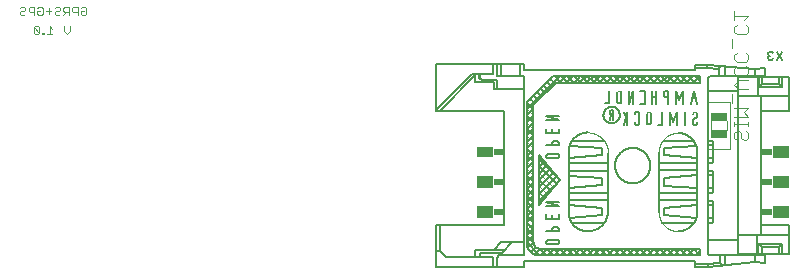
<source format=gbo>
G75*
%MOIN*%
%OFA0B0*%
%FSLAX25Y25*%
%IPPOS*%
%LPD*%
%AMOC8*
5,1,8,0,0,1.08239X$1,22.5*
%
%ADD10C,0.00400*%
%ADD11C,0.00800*%
%ADD12C,0.00600*%
%ADD13R,0.03721X0.02004*%
%ADD14R,0.05582X0.03864*%
%ADD15R,0.03721X0.02147*%
%ADD16R,0.05581X0.03864*%
%ADD17R,0.05581X0.03721*%
%ADD18R,0.05582X0.03864*%
%ADD19C,0.00200*%
%ADD20R,0.05709X0.02953*%
D10*
X0190272Y0037183D02*
X0192276Y0039187D01*
X0196856Y0048776D02*
X0194279Y0051352D01*
X0194279Y0055789D02*
X0199002Y0051065D01*
X0192276Y0055073D02*
X0190415Y0056934D01*
X0192276Y0057363D02*
X0190415Y0059224D01*
X0192276Y0063947D02*
X0190272Y0065951D01*
X0192276Y0066237D02*
X0190415Y0068097D01*
X0192276Y0070530D02*
X0190272Y0072534D01*
X0192276Y0074967D02*
X0190272Y0076971D01*
X0220328Y0082552D02*
X0220330Y0082601D01*
X0220336Y0082650D01*
X0220345Y0082699D01*
X0220358Y0082746D01*
X0220375Y0082793D01*
X0220395Y0082838D01*
X0220418Y0082881D01*
X0220445Y0082923D01*
X0220475Y0082962D01*
X0220508Y0082999D01*
X0220544Y0083033D01*
X0220582Y0083064D01*
X0220622Y0083093D01*
X0220664Y0083118D01*
X0220709Y0083140D01*
X0220754Y0083158D01*
X0220801Y0083173D01*
X0220849Y0083184D01*
X0220898Y0083192D01*
X0220947Y0083196D01*
X0220997Y0083196D01*
X0221046Y0083192D01*
X0221095Y0083184D01*
X0221143Y0083173D01*
X0221190Y0083158D01*
X0221235Y0083140D01*
X0221280Y0083118D01*
X0221322Y0083093D01*
X0221362Y0083064D01*
X0221400Y0083033D01*
X0221436Y0082999D01*
X0221469Y0082962D01*
X0221499Y0082923D01*
X0221526Y0082881D01*
X0221549Y0082838D01*
X0221569Y0082793D01*
X0221586Y0082746D01*
X0221599Y0082699D01*
X0221608Y0082650D01*
X0221614Y0082601D01*
X0221616Y0082552D01*
X0230203Y0075539D02*
X0230205Y0075588D01*
X0230211Y0075637D01*
X0230220Y0075686D01*
X0230233Y0075733D01*
X0230250Y0075780D01*
X0230270Y0075825D01*
X0230293Y0075868D01*
X0230320Y0075910D01*
X0230350Y0075949D01*
X0230383Y0075986D01*
X0230419Y0076020D01*
X0230457Y0076051D01*
X0230497Y0076080D01*
X0230539Y0076105D01*
X0230584Y0076127D01*
X0230629Y0076145D01*
X0230676Y0076160D01*
X0230724Y0076171D01*
X0230773Y0076179D01*
X0230822Y0076183D01*
X0230872Y0076183D01*
X0230921Y0076179D01*
X0230970Y0076171D01*
X0231018Y0076160D01*
X0231065Y0076145D01*
X0231110Y0076127D01*
X0231155Y0076105D01*
X0231197Y0076080D01*
X0231237Y0076051D01*
X0231275Y0076020D01*
X0231311Y0075986D01*
X0231344Y0075949D01*
X0231374Y0075910D01*
X0231401Y0075868D01*
X0231424Y0075825D01*
X0231444Y0075780D01*
X0231461Y0075733D01*
X0231474Y0075686D01*
X0231483Y0075637D01*
X0231489Y0075588D01*
X0231491Y0075539D01*
X0245517Y0075539D02*
X0245519Y0075588D01*
X0245525Y0075637D01*
X0245534Y0075686D01*
X0245547Y0075733D01*
X0245564Y0075780D01*
X0245584Y0075825D01*
X0245607Y0075868D01*
X0245634Y0075910D01*
X0245664Y0075949D01*
X0245697Y0075986D01*
X0245733Y0076020D01*
X0245771Y0076051D01*
X0245811Y0076080D01*
X0245853Y0076105D01*
X0245898Y0076127D01*
X0245943Y0076145D01*
X0245990Y0076160D01*
X0246038Y0076171D01*
X0246087Y0076179D01*
X0246136Y0076183D01*
X0246186Y0076183D01*
X0246235Y0076179D01*
X0246284Y0076171D01*
X0246332Y0076160D01*
X0246379Y0076145D01*
X0246424Y0076127D01*
X0246469Y0076105D01*
X0246511Y0076080D01*
X0246551Y0076051D01*
X0246589Y0076020D01*
X0246625Y0075986D01*
X0246658Y0075949D01*
X0246688Y0075910D01*
X0246715Y0075868D01*
X0246738Y0075825D01*
X0246758Y0075780D01*
X0246775Y0075733D01*
X0246788Y0075686D01*
X0246797Y0075637D01*
X0246803Y0075588D01*
X0246805Y0075539D01*
X0251582Y0073022D02*
X0251582Y0070120D01*
X0256778Y0070022D02*
X0256778Y0073022D01*
X0259380Y0072860D02*
X0259380Y0071326D01*
X0259380Y0072093D02*
X0263984Y0072093D01*
X0263984Y0071326D02*
X0263984Y0072860D01*
X0263984Y0074395D02*
X0262449Y0075930D01*
X0263984Y0077464D01*
X0259380Y0077464D01*
X0258613Y0078999D02*
X0258613Y0082068D01*
X0260915Y0083603D02*
X0259380Y0085137D01*
X0260915Y0086672D01*
X0263984Y0086672D01*
X0263217Y0088207D02*
X0260147Y0088207D01*
X0259380Y0088974D01*
X0259380Y0090509D01*
X0260147Y0091276D01*
X0263217Y0091276D02*
X0263984Y0090509D01*
X0263984Y0088974D01*
X0263217Y0088207D01*
X0263217Y0092811D02*
X0260147Y0092811D01*
X0259380Y0093578D01*
X0259380Y0095113D01*
X0260147Y0095880D01*
X0258613Y0097415D02*
X0258613Y0100484D01*
X0260147Y0102019D02*
X0259380Y0102786D01*
X0259380Y0104320D01*
X0260147Y0105088D01*
X0259380Y0106622D02*
X0259380Y0109692D01*
X0259380Y0108157D02*
X0263984Y0108157D01*
X0262449Y0106622D01*
X0263217Y0105088D02*
X0263984Y0104320D01*
X0263984Y0102786D01*
X0263217Y0102019D01*
X0260147Y0102019D01*
X0263217Y0095880D02*
X0263984Y0095113D01*
X0263984Y0093578D01*
X0263217Y0092811D01*
X0263984Y0083603D02*
X0260915Y0083603D01*
X0259380Y0074395D02*
X0263984Y0074395D01*
X0263217Y0069791D02*
X0263984Y0069024D01*
X0263984Y0067489D01*
X0263217Y0066722D01*
X0262449Y0066722D01*
X0261682Y0067489D01*
X0261682Y0069024D01*
X0260915Y0069791D01*
X0260147Y0069791D01*
X0259380Y0069024D01*
X0259380Y0067489D01*
X0260147Y0066722D01*
X0240508Y0069099D02*
X0240351Y0069097D01*
X0240194Y0069091D01*
X0240037Y0069081D01*
X0239881Y0069068D01*
X0239725Y0069050D01*
X0239569Y0069029D01*
X0239414Y0069003D01*
X0239260Y0068974D01*
X0239107Y0068941D01*
X0238954Y0068904D01*
X0238802Y0068864D01*
X0238652Y0068819D01*
X0238502Y0068771D01*
X0238354Y0068719D01*
X0238207Y0068664D01*
X0238062Y0068604D01*
X0237918Y0068542D01*
X0237775Y0068475D01*
X0237635Y0068405D01*
X0237496Y0068332D01*
X0237359Y0068255D01*
X0237224Y0068175D01*
X0237091Y0068091D01*
X0236960Y0068005D01*
X0236832Y0067915D01*
X0236705Y0067821D01*
X0236581Y0067725D01*
X0236460Y0067626D01*
X0236341Y0067523D01*
X0236224Y0067418D01*
X0236111Y0067310D01*
X0235999Y0067198D01*
X0235891Y0067085D01*
X0235786Y0066968D01*
X0235683Y0066849D01*
X0235584Y0066728D01*
X0235488Y0066604D01*
X0235394Y0066477D01*
X0235304Y0066349D01*
X0235218Y0066218D01*
X0235134Y0066085D01*
X0235054Y0065950D01*
X0234977Y0065813D01*
X0234904Y0065674D01*
X0234834Y0065534D01*
X0234767Y0065391D01*
X0234705Y0065247D01*
X0234645Y0065102D01*
X0234590Y0064955D01*
X0234538Y0064807D01*
X0234490Y0064657D01*
X0234445Y0064507D01*
X0234405Y0064355D01*
X0234368Y0064202D01*
X0234335Y0064049D01*
X0234306Y0063895D01*
X0234280Y0063740D01*
X0234259Y0063584D01*
X0234241Y0063428D01*
X0234228Y0063272D01*
X0234218Y0063115D01*
X0234212Y0062958D01*
X0234210Y0062801D01*
X0217322Y0062372D02*
X0217320Y0062538D01*
X0217314Y0062704D01*
X0217304Y0062870D01*
X0217290Y0063035D01*
X0217272Y0063200D01*
X0217250Y0063365D01*
X0217224Y0063529D01*
X0217194Y0063692D01*
X0217160Y0063854D01*
X0217122Y0064016D01*
X0217081Y0064177D01*
X0217035Y0064336D01*
X0216986Y0064495D01*
X0216933Y0064652D01*
X0216876Y0064808D01*
X0216815Y0064963D01*
X0216750Y0065116D01*
X0216682Y0065267D01*
X0216610Y0065417D01*
X0216535Y0065565D01*
X0216456Y0065711D01*
X0216374Y0065855D01*
X0216288Y0065997D01*
X0216199Y0066137D01*
X0216106Y0066275D01*
X0216010Y0066410D01*
X0215911Y0066543D01*
X0215808Y0066674D01*
X0215703Y0066802D01*
X0215594Y0066928D01*
X0215483Y0067051D01*
X0215368Y0067171D01*
X0215251Y0067288D01*
X0215131Y0067403D01*
X0215008Y0067514D01*
X0214882Y0067623D01*
X0214754Y0067728D01*
X0214623Y0067831D01*
X0214490Y0067930D01*
X0214355Y0068026D01*
X0214217Y0068119D01*
X0214077Y0068208D01*
X0213935Y0068294D01*
X0213791Y0068376D01*
X0213645Y0068455D01*
X0213497Y0068530D01*
X0213347Y0068602D01*
X0213196Y0068670D01*
X0213043Y0068735D01*
X0212888Y0068796D01*
X0212732Y0068853D01*
X0212575Y0068906D01*
X0212416Y0068955D01*
X0212257Y0069001D01*
X0212096Y0069042D01*
X0211934Y0069080D01*
X0211772Y0069114D01*
X0211609Y0069144D01*
X0211445Y0069170D01*
X0211280Y0069192D01*
X0211115Y0069210D01*
X0210950Y0069224D01*
X0210784Y0069234D01*
X0210618Y0069240D01*
X0210452Y0069242D01*
X0234210Y0042622D02*
X0234212Y0042465D01*
X0234218Y0042308D01*
X0234228Y0042151D01*
X0234241Y0041995D01*
X0234259Y0041839D01*
X0234280Y0041683D01*
X0234306Y0041528D01*
X0234335Y0041374D01*
X0234368Y0041221D01*
X0234405Y0041068D01*
X0234445Y0040916D01*
X0234490Y0040766D01*
X0234538Y0040616D01*
X0234590Y0040468D01*
X0234645Y0040321D01*
X0234705Y0040176D01*
X0234767Y0040032D01*
X0234834Y0039889D01*
X0234904Y0039749D01*
X0234977Y0039610D01*
X0235054Y0039473D01*
X0235134Y0039338D01*
X0235218Y0039205D01*
X0235304Y0039074D01*
X0235394Y0038946D01*
X0235488Y0038819D01*
X0235584Y0038695D01*
X0235683Y0038574D01*
X0235786Y0038455D01*
X0235891Y0038338D01*
X0235999Y0038225D01*
X0236111Y0038113D01*
X0236224Y0038005D01*
X0236341Y0037900D01*
X0236460Y0037797D01*
X0236581Y0037698D01*
X0236705Y0037602D01*
X0236832Y0037508D01*
X0236960Y0037418D01*
X0237091Y0037332D01*
X0237224Y0037248D01*
X0237359Y0037168D01*
X0237496Y0037091D01*
X0237635Y0037018D01*
X0237775Y0036948D01*
X0237918Y0036881D01*
X0238062Y0036819D01*
X0238207Y0036759D01*
X0238354Y0036704D01*
X0238502Y0036652D01*
X0238652Y0036604D01*
X0238802Y0036559D01*
X0238954Y0036519D01*
X0239107Y0036482D01*
X0239260Y0036449D01*
X0239414Y0036420D01*
X0239569Y0036394D01*
X0239725Y0036373D01*
X0239881Y0036355D01*
X0240037Y0036342D01*
X0240194Y0036332D01*
X0240351Y0036326D01*
X0240508Y0036324D01*
X0247664Y0029884D02*
X0246233Y0028452D01*
X0043362Y0108774D02*
X0042903Y0108315D01*
X0041986Y0108315D01*
X0041527Y0108774D01*
X0041527Y0109691D01*
X0042445Y0109691D01*
X0043362Y0108774D02*
X0043362Y0110609D01*
X0042903Y0111067D01*
X0041986Y0111067D01*
X0041527Y0110609D01*
X0040462Y0111067D02*
X0039086Y0111067D01*
X0038627Y0110609D01*
X0038627Y0109691D01*
X0039086Y0109233D01*
X0040462Y0109233D01*
X0040462Y0108315D02*
X0040462Y0111067D01*
X0037562Y0111067D02*
X0036186Y0111067D01*
X0035727Y0110609D01*
X0035727Y0109691D01*
X0036186Y0109233D01*
X0037562Y0109233D01*
X0037562Y0108315D02*
X0037562Y0111067D01*
X0034662Y0110609D02*
X0034662Y0110150D01*
X0034203Y0109691D01*
X0033286Y0109691D01*
X0032827Y0109233D01*
X0032827Y0108774D01*
X0033286Y0108315D01*
X0034203Y0108315D01*
X0034662Y0108774D01*
X0035727Y0108315D02*
X0036644Y0109233D01*
X0034662Y0110609D02*
X0034203Y0111067D01*
X0033286Y0111067D01*
X0032827Y0110609D01*
X0031762Y0109691D02*
X0029927Y0109691D01*
X0030844Y0108774D02*
X0030844Y0110609D01*
X0028861Y0110609D02*
X0028861Y0108774D01*
X0028403Y0108315D01*
X0027485Y0108315D01*
X0027027Y0108774D01*
X0027027Y0109691D01*
X0027944Y0109691D01*
X0027027Y0110609D02*
X0027485Y0111067D01*
X0028403Y0111067D01*
X0028861Y0110609D01*
X0025961Y0111067D02*
X0024585Y0111067D01*
X0024127Y0110609D01*
X0024127Y0109691D01*
X0024585Y0109233D01*
X0025961Y0109233D01*
X0025961Y0108315D02*
X0025961Y0111067D01*
X0023061Y0110609D02*
X0023061Y0110150D01*
X0022603Y0109691D01*
X0021685Y0109691D01*
X0021227Y0109233D01*
X0021227Y0108774D01*
X0021685Y0108315D01*
X0022603Y0108315D01*
X0023061Y0108774D01*
X0023061Y0110609D02*
X0022603Y0111067D01*
X0021685Y0111067D01*
X0021227Y0110609D01*
X0026324Y0104768D02*
X0025865Y0104310D01*
X0027700Y0102475D01*
X0027241Y0102016D01*
X0026324Y0102016D01*
X0025865Y0102475D01*
X0025865Y0104310D01*
X0026324Y0104768D02*
X0027241Y0104768D01*
X0027700Y0104310D01*
X0027700Y0102475D01*
X0028691Y0102475D02*
X0028691Y0102016D01*
X0029150Y0102016D01*
X0029150Y0102475D01*
X0028691Y0102475D01*
X0030215Y0102016D02*
X0032050Y0102016D01*
X0031133Y0102016D02*
X0031133Y0104768D01*
X0032050Y0103851D01*
X0036016Y0102934D02*
X0036016Y0104768D01*
X0037850Y0104768D02*
X0037850Y0102934D01*
X0036933Y0102016D01*
X0036016Y0102934D01*
D11*
X0159787Y0038471D02*
X0159787Y0024302D01*
X0189270Y0024302D01*
X0189270Y0026306D01*
X0246376Y0026306D01*
X0246376Y0024302D01*
X0250526Y0024302D01*
X0266127Y0026019D01*
X0269562Y0025590D01*
X0269562Y0028309D01*
X0269419Y0028309D02*
X0251671Y0028309D01*
X0251604Y0028311D01*
X0251538Y0028317D01*
X0251472Y0028326D01*
X0251407Y0028340D01*
X0251343Y0028357D01*
X0251279Y0028378D01*
X0251217Y0028403D01*
X0251157Y0028431D01*
X0251099Y0028462D01*
X0251042Y0028497D01*
X0250987Y0028536D01*
X0250935Y0028577D01*
X0250885Y0028621D01*
X0250838Y0028668D01*
X0250794Y0028718D01*
X0250753Y0028770D01*
X0250714Y0028825D01*
X0250679Y0028882D01*
X0250648Y0028940D01*
X0250620Y0029000D01*
X0250595Y0029062D01*
X0250574Y0029126D01*
X0250557Y0029190D01*
X0250543Y0029255D01*
X0250534Y0029321D01*
X0250528Y0029387D01*
X0250526Y0029454D01*
X0250526Y0087276D01*
X0251385Y0088134D01*
X0269419Y0088134D01*
X0269562Y0087991D02*
X0269562Y0090710D01*
X0266127Y0090424D01*
X0250526Y0091856D01*
X0246376Y0091856D01*
X0246376Y0089995D01*
X0189270Y0089995D01*
X0189270Y0091999D01*
X0178965Y0091999D01*
X0178965Y0088564D01*
X0171809Y0088564D01*
X0159930Y0076684D01*
X0159787Y0076398D02*
X0159787Y0091999D01*
X0178965Y0091999D01*
X0180110Y0091856D02*
X0180110Y0087991D01*
X0189270Y0087991D01*
X0189270Y0028309D01*
X0180969Y0028309D01*
X0180110Y0027451D01*
X0180110Y0024445D01*
X0178965Y0024445D02*
X0178965Y0027880D01*
X0163222Y0027880D01*
X0161362Y0029740D01*
X0161362Y0038185D01*
X0159787Y0038471D02*
X0182687Y0038471D01*
X0182687Y0076398D01*
X0159787Y0076398D01*
X0161362Y0076541D02*
X0172954Y0088277D01*
X0173097Y0088277D01*
X0173097Y0086130D01*
X0179108Y0086130D01*
X0179108Y0083554D01*
X0189270Y0083554D01*
X0192419Y0081551D02*
X0193993Y0079977D01*
X0192848Y0078975D02*
X0191417Y0080406D01*
X0190129Y0079404D02*
X0190129Y0032603D01*
X0190272Y0032603D02*
X0194423Y0028452D01*
X0194423Y0028309D02*
X0235069Y0028309D01*
X0237073Y0030313D01*
X0238934Y0028452D01*
X0239506Y0028452D02*
X0241367Y0030313D01*
X0243227Y0028452D01*
X0243943Y0028452D02*
X0245803Y0030313D01*
X0247664Y0028452D01*
X0247807Y0028309D02*
X0247807Y0030456D01*
X0194709Y0030456D01*
X0194709Y0030313D02*
X0196569Y0028452D01*
X0197285Y0028453D02*
X0197285Y0028452D01*
X0197285Y0028453D02*
X0199145Y0030313D01*
X0201006Y0028452D01*
X0201722Y0028452D02*
X0203582Y0030313D01*
X0205443Y0028452D01*
X0206158Y0028452D02*
X0208019Y0030313D01*
X0209880Y0028452D01*
X0210595Y0028452D02*
X0212456Y0030313D01*
X0214317Y0028452D01*
X0214889Y0028452D02*
X0216750Y0030313D01*
X0218610Y0028452D01*
X0219469Y0028452D02*
X0221330Y0030313D01*
X0223190Y0028452D01*
X0223906Y0028452D02*
X0225766Y0030313D01*
X0227627Y0028452D01*
X0228343Y0028452D02*
X0230203Y0030313D01*
X0232063Y0028452D01*
X0232779Y0028452D02*
X0234640Y0030313D01*
X0236500Y0028452D01*
X0237359Y0028452D02*
X0239220Y0030313D01*
X0241080Y0028452D01*
X0241796Y0028452D02*
X0243656Y0030313D01*
X0245517Y0028452D01*
X0247807Y0028309D02*
X0235069Y0028309D01*
X0234354Y0028452D02*
X0232493Y0030313D01*
X0230632Y0028452D01*
X0229917Y0028453D02*
X0229917Y0028452D01*
X0229917Y0028453D02*
X0228056Y0030313D01*
X0226196Y0028452D01*
X0225480Y0028452D02*
X0223619Y0030313D01*
X0221759Y0028452D01*
X0221043Y0028452D02*
X0219183Y0030313D01*
X0217322Y0028452D01*
X0216463Y0028452D02*
X0214603Y0030313D01*
X0212742Y0028452D01*
X0212026Y0028452D02*
X0210166Y0030313D01*
X0208305Y0028452D01*
X0207590Y0028452D02*
X0205729Y0030313D01*
X0203869Y0028452D01*
X0203153Y0028452D02*
X0201292Y0030313D01*
X0201292Y0030313D01*
X0199432Y0028452D01*
X0198859Y0028453D02*
X0198859Y0028452D01*
X0198859Y0028453D02*
X0196999Y0030313D01*
X0196856Y0030313D02*
X0194995Y0028452D01*
X0194566Y0030313D02*
X0192991Y0028739D01*
X0191560Y0029454D02*
X0193134Y0031028D01*
X0192276Y0032460D02*
X0190701Y0030886D01*
X0190272Y0032603D02*
X0190272Y0032603D01*
X0192276Y0034607D01*
X0192276Y0035036D02*
X0192276Y0035036D01*
X0190272Y0037040D01*
X0190272Y0037183D02*
X0190272Y0037183D01*
X0192276Y0037183D02*
X0192276Y0037183D01*
X0190272Y0039187D01*
X0190272Y0039330D02*
X0192276Y0041333D01*
X0192276Y0041620D02*
X0190272Y0043623D01*
X0190272Y0043766D02*
X0190272Y0043767D01*
X0192276Y0045770D01*
X0192276Y0046199D02*
X0192276Y0046200D01*
X0190272Y0048203D01*
X0192276Y0050207D01*
X0192276Y0050779D02*
X0192419Y0050779D01*
X0192419Y0078259D01*
X0199861Y0085701D01*
X0247807Y0085701D01*
X0247807Y0086417D01*
X0246233Y0087991D01*
X0245517Y0087991D02*
X0243656Y0085988D01*
X0241653Y0087991D01*
X0241080Y0087991D02*
X0239220Y0085988D01*
X0237216Y0087848D01*
X0236787Y0087848D02*
X0234783Y0085988D01*
X0232779Y0087991D01*
X0232207Y0087991D02*
X0230346Y0085988D01*
X0228343Y0087848D01*
X0227770Y0087991D02*
X0225766Y0085988D01*
X0223906Y0087848D01*
X0223333Y0087991D02*
X0221330Y0085988D01*
X0219326Y0087991D01*
X0218753Y0087991D02*
X0216893Y0085988D01*
X0214889Y0087991D01*
X0214460Y0087991D02*
X0212456Y0085988D01*
X0210595Y0087848D01*
X0210023Y0087848D02*
X0208019Y0085988D01*
X0206158Y0087848D01*
X0205586Y0087991D02*
X0203582Y0085988D01*
X0201578Y0087991D01*
X0201149Y0087991D02*
X0190272Y0077114D01*
X0190272Y0079117D02*
X0192276Y0077114D01*
X0192276Y0076971D02*
X0190272Y0074967D01*
X0190272Y0074681D02*
X0192276Y0072677D01*
X0192276Y0072534D02*
X0190272Y0070530D01*
X0190272Y0070387D02*
X0192276Y0068384D01*
X0192276Y0068097D02*
X0190272Y0066094D01*
X0190272Y0066093D01*
X0192276Y0065951D02*
X0190272Y0063947D01*
X0190272Y0063947D01*
X0190272Y0063804D02*
X0192276Y0061800D01*
X0192276Y0061800D01*
X0192276Y0061371D02*
X0190272Y0059367D01*
X0190272Y0059367D01*
X0192276Y0059224D02*
X0190272Y0057220D01*
X0190272Y0057220D01*
X0192276Y0056934D02*
X0190272Y0054930D01*
X0190415Y0054787D02*
X0192276Y0052926D01*
X0192276Y0052497D02*
X0190272Y0050493D01*
X0190272Y0050493D01*
X0190272Y0050350D02*
X0192276Y0048347D01*
X0192276Y0048346D01*
X0192276Y0048060D02*
X0190272Y0046056D01*
X0190272Y0045913D02*
X0192276Y0043910D01*
X0192276Y0043480D02*
X0190272Y0041477D01*
X0190415Y0041333D02*
X0192275Y0039473D01*
X0192276Y0039473D01*
X0192276Y0036897D02*
X0190272Y0034893D01*
X0190415Y0034607D02*
X0192276Y0032746D01*
X0192419Y0032746D02*
X0192419Y0050779D01*
X0192276Y0050779D02*
X0190415Y0052640D01*
X0190272Y0052640D02*
X0190272Y0052640D01*
X0192276Y0054644D01*
X0194279Y0055502D02*
X0196999Y0058222D01*
X0196999Y0058222D01*
X0198000Y0057077D02*
X0194279Y0053356D01*
X0194279Y0053499D02*
X0197858Y0049921D01*
X0199575Y0051781D02*
X0199575Y0051781D01*
X0194279Y0046486D01*
X0194279Y0046915D02*
X0194852Y0046343D01*
X0194852Y0046343D01*
X0194136Y0045341D02*
X0194136Y0061800D01*
X0201149Y0053499D01*
X0194136Y0045198D01*
X0196712Y0044625D02*
X0200863Y0044625D01*
X0196712Y0046056D01*
X0200863Y0046056D01*
X0204298Y0046629D02*
X0217179Y0046629D01*
X0217179Y0049062D02*
X0204298Y0049062D01*
X0204298Y0050779D02*
X0215175Y0051638D01*
X0215175Y0054071D01*
X0204298Y0054787D01*
X0200863Y0053642D02*
X0200863Y0053642D01*
X0198859Y0055645D01*
X0194279Y0051065D01*
X0194279Y0049205D02*
X0195854Y0047631D01*
X0194279Y0048776D02*
X0200004Y0054501D01*
X0200004Y0054501D01*
X0198859Y0055645D02*
X0194279Y0060225D01*
X0194279Y0059939D02*
X0194995Y0060655D01*
X0195997Y0059510D02*
X0194279Y0057792D01*
X0194279Y0058078D02*
X0200004Y0052354D01*
X0200004Y0052354D01*
X0204441Y0056504D02*
X0217179Y0056504D01*
X0217179Y0059080D02*
X0204441Y0059080D01*
X0204298Y0060798D02*
X0215175Y0061657D01*
X0215175Y0064090D01*
X0204584Y0064805D01*
X0204155Y0062945D02*
X0204155Y0042621D01*
X0204584Y0040761D02*
X0215175Y0041620D01*
X0215175Y0044053D01*
X0204298Y0044912D01*
X0200863Y0041906D02*
X0200863Y0040475D01*
X0196712Y0040475D01*
X0196712Y0041906D01*
X0198716Y0041620D02*
X0198716Y0040618D01*
X0205300Y0039187D02*
X0215748Y0039187D01*
X0210452Y0036324D02*
X0210295Y0036326D01*
X0210138Y0036332D01*
X0209981Y0036342D01*
X0209825Y0036355D01*
X0209669Y0036373D01*
X0209513Y0036394D01*
X0209359Y0036420D01*
X0209204Y0036449D01*
X0209051Y0036482D01*
X0208898Y0036519D01*
X0208747Y0036559D01*
X0208596Y0036604D01*
X0208446Y0036652D01*
X0208298Y0036704D01*
X0208151Y0036759D01*
X0208006Y0036818D01*
X0207862Y0036881D01*
X0207720Y0036948D01*
X0207579Y0037017D01*
X0207440Y0037091D01*
X0207304Y0037168D01*
X0207169Y0037248D01*
X0207036Y0037331D01*
X0206905Y0037418D01*
X0206776Y0037508D01*
X0206650Y0037601D01*
X0206526Y0037698D01*
X0206404Y0037797D01*
X0206285Y0037900D01*
X0206169Y0038005D01*
X0206055Y0038113D01*
X0205944Y0038224D01*
X0205836Y0038338D01*
X0205731Y0038454D01*
X0205628Y0038573D01*
X0205529Y0038695D01*
X0205432Y0038819D01*
X0205339Y0038945D01*
X0205249Y0039074D01*
X0205162Y0039205D01*
X0205079Y0039338D01*
X0204999Y0039472D01*
X0204922Y0039609D01*
X0204848Y0039748D01*
X0204779Y0039889D01*
X0204712Y0040031D01*
X0204649Y0040175D01*
X0204590Y0040320D01*
X0204535Y0040467D01*
X0204483Y0040615D01*
X0204435Y0040765D01*
X0204390Y0040916D01*
X0204350Y0041067D01*
X0204313Y0041220D01*
X0204280Y0041373D01*
X0204251Y0041528D01*
X0204225Y0041682D01*
X0204204Y0041838D01*
X0204186Y0041994D01*
X0204173Y0042150D01*
X0204163Y0042307D01*
X0204157Y0042464D01*
X0204155Y0042621D01*
X0210452Y0036324D02*
X0210618Y0036326D01*
X0210784Y0036332D01*
X0210950Y0036342D01*
X0211115Y0036356D01*
X0211280Y0036374D01*
X0211445Y0036396D01*
X0211609Y0036422D01*
X0211772Y0036452D01*
X0211934Y0036486D01*
X0212096Y0036524D01*
X0212257Y0036565D01*
X0212416Y0036611D01*
X0212575Y0036660D01*
X0212732Y0036713D01*
X0212888Y0036770D01*
X0213043Y0036831D01*
X0213196Y0036896D01*
X0213347Y0036964D01*
X0213497Y0037036D01*
X0213645Y0037111D01*
X0213791Y0037190D01*
X0213935Y0037272D01*
X0214077Y0037358D01*
X0214217Y0037447D01*
X0214355Y0037540D01*
X0214490Y0037636D01*
X0214623Y0037735D01*
X0214754Y0037838D01*
X0214882Y0037943D01*
X0215008Y0038052D01*
X0215131Y0038163D01*
X0215251Y0038278D01*
X0215368Y0038395D01*
X0215483Y0038515D01*
X0215594Y0038638D01*
X0215703Y0038764D01*
X0215808Y0038892D01*
X0215911Y0039023D01*
X0216010Y0039156D01*
X0216106Y0039291D01*
X0216199Y0039429D01*
X0216288Y0039569D01*
X0216374Y0039711D01*
X0216456Y0039855D01*
X0216535Y0040001D01*
X0216610Y0040149D01*
X0216682Y0040299D01*
X0216750Y0040450D01*
X0216815Y0040603D01*
X0216876Y0040758D01*
X0216933Y0040914D01*
X0216986Y0041071D01*
X0217035Y0041230D01*
X0217081Y0041389D01*
X0217122Y0041550D01*
X0217160Y0041712D01*
X0217194Y0041874D01*
X0217224Y0042037D01*
X0217250Y0042201D01*
X0217272Y0042366D01*
X0217290Y0042531D01*
X0217304Y0042696D01*
X0217314Y0042862D01*
X0217320Y0043028D01*
X0217322Y0043194D01*
X0217322Y0062372D01*
X0210452Y0069242D02*
X0210295Y0069240D01*
X0210138Y0069234D01*
X0209981Y0069224D01*
X0209825Y0069211D01*
X0209669Y0069193D01*
X0209513Y0069172D01*
X0209359Y0069146D01*
X0209204Y0069117D01*
X0209051Y0069084D01*
X0208898Y0069047D01*
X0208747Y0069007D01*
X0208596Y0068962D01*
X0208446Y0068914D01*
X0208298Y0068862D01*
X0208151Y0068807D01*
X0208006Y0068748D01*
X0207862Y0068685D01*
X0207720Y0068618D01*
X0207579Y0068549D01*
X0207440Y0068475D01*
X0207304Y0068398D01*
X0207169Y0068318D01*
X0207036Y0068235D01*
X0206905Y0068148D01*
X0206776Y0068058D01*
X0206650Y0067965D01*
X0206526Y0067868D01*
X0206404Y0067769D01*
X0206285Y0067666D01*
X0206169Y0067561D01*
X0206055Y0067453D01*
X0205944Y0067342D01*
X0205836Y0067228D01*
X0205731Y0067112D01*
X0205628Y0066993D01*
X0205529Y0066871D01*
X0205432Y0066747D01*
X0205339Y0066621D01*
X0205249Y0066492D01*
X0205162Y0066361D01*
X0205079Y0066228D01*
X0204999Y0066093D01*
X0204922Y0065957D01*
X0204848Y0065818D01*
X0204779Y0065677D01*
X0204712Y0065535D01*
X0204649Y0065391D01*
X0204590Y0065246D01*
X0204535Y0065099D01*
X0204483Y0064951D01*
X0204435Y0064801D01*
X0204390Y0064650D01*
X0204350Y0064499D01*
X0204313Y0064346D01*
X0204280Y0064193D01*
X0204251Y0064038D01*
X0204225Y0063884D01*
X0204204Y0063728D01*
X0204186Y0063572D01*
X0204173Y0063416D01*
X0204163Y0063259D01*
X0204157Y0063102D01*
X0204155Y0062945D01*
X0200863Y0064949D02*
X0200863Y0065664D01*
X0200863Y0064949D02*
X0196712Y0064949D01*
X0198716Y0065091D02*
X0198716Y0065807D01*
X0198717Y0065807D02*
X0198719Y0065852D01*
X0198724Y0065896D01*
X0198733Y0065941D01*
X0198745Y0065984D01*
X0198761Y0066026D01*
X0198779Y0066067D01*
X0198801Y0066106D01*
X0198826Y0066143D01*
X0198854Y0066178D01*
X0198885Y0066211D01*
X0198918Y0066242D01*
X0198953Y0066270D01*
X0198990Y0066295D01*
X0199029Y0066317D01*
X0199070Y0066335D01*
X0199112Y0066351D01*
X0199155Y0066363D01*
X0199200Y0066372D01*
X0199244Y0066377D01*
X0199289Y0066379D01*
X0199289Y0066380D02*
X0200147Y0066380D01*
X0200148Y0066380D02*
X0200199Y0066378D01*
X0200250Y0066373D01*
X0200300Y0066364D01*
X0200350Y0066351D01*
X0200398Y0066335D01*
X0200445Y0066315D01*
X0200491Y0066293D01*
X0200535Y0066266D01*
X0200577Y0066237D01*
X0200617Y0066205D01*
X0200654Y0066170D01*
X0200689Y0066133D01*
X0200721Y0066093D01*
X0200750Y0066051D01*
X0200776Y0066007D01*
X0200799Y0065962D01*
X0200819Y0065914D01*
X0200835Y0065866D01*
X0200848Y0065816D01*
X0200857Y0065766D01*
X0200862Y0065715D01*
X0200864Y0065664D01*
X0200863Y0069099D02*
X0196712Y0069099D01*
X0196712Y0070530D01*
X0198716Y0070244D02*
X0198716Y0069242D01*
X0200863Y0069099D02*
X0200863Y0070530D01*
X0200863Y0073250D02*
X0196712Y0073250D01*
X0196712Y0074681D02*
X0200863Y0074681D01*
X0200863Y0073250D02*
X0196712Y0074681D01*
X0192276Y0074824D02*
X0190272Y0072820D01*
X0192276Y0070244D02*
X0190272Y0068241D01*
X0190272Y0068240D01*
X0192276Y0063947D02*
X0192276Y0063947D01*
X0192276Y0063517D02*
X0190272Y0061514D01*
X0190272Y0061514D01*
X0190415Y0061514D02*
X0192276Y0059653D01*
X0197285Y0060798D02*
X0200291Y0060798D01*
X0200340Y0060800D01*
X0200389Y0060806D01*
X0200438Y0060815D01*
X0200485Y0060828D01*
X0200532Y0060845D01*
X0200577Y0060865D01*
X0200620Y0060888D01*
X0200662Y0060915D01*
X0200701Y0060945D01*
X0200738Y0060978D01*
X0200772Y0061014D01*
X0200803Y0061052D01*
X0200832Y0061092D01*
X0200857Y0061134D01*
X0200879Y0061179D01*
X0200897Y0061224D01*
X0200912Y0061271D01*
X0200923Y0061319D01*
X0200931Y0061368D01*
X0200935Y0061417D01*
X0200935Y0061467D01*
X0200931Y0061516D01*
X0200923Y0061565D01*
X0200912Y0061613D01*
X0200897Y0061660D01*
X0200879Y0061705D01*
X0200857Y0061750D01*
X0200832Y0061792D01*
X0200803Y0061832D01*
X0200772Y0061870D01*
X0200738Y0061906D01*
X0200701Y0061939D01*
X0200662Y0061969D01*
X0200620Y0061996D01*
X0200577Y0062019D01*
X0200532Y0062039D01*
X0200485Y0062056D01*
X0200438Y0062069D01*
X0200389Y0062078D01*
X0200340Y0062084D01*
X0200291Y0062086D01*
X0197285Y0062086D01*
X0197236Y0062084D01*
X0197187Y0062078D01*
X0197138Y0062069D01*
X0197091Y0062056D01*
X0197044Y0062039D01*
X0196999Y0062019D01*
X0196956Y0061996D01*
X0196914Y0061969D01*
X0196875Y0061939D01*
X0196838Y0061906D01*
X0196804Y0061870D01*
X0196773Y0061832D01*
X0196744Y0061792D01*
X0196719Y0061750D01*
X0196697Y0061705D01*
X0196679Y0061660D01*
X0196664Y0061613D01*
X0196653Y0061565D01*
X0196645Y0061516D01*
X0196641Y0061467D01*
X0196641Y0061417D01*
X0196645Y0061368D01*
X0196653Y0061319D01*
X0196664Y0061271D01*
X0196679Y0061224D01*
X0196697Y0061179D01*
X0196719Y0061134D01*
X0196744Y0061092D01*
X0196773Y0061052D01*
X0196804Y0061014D01*
X0196838Y0060978D01*
X0196875Y0060945D01*
X0196914Y0060915D01*
X0196956Y0060888D01*
X0196999Y0060865D01*
X0197044Y0060845D01*
X0197091Y0060828D01*
X0197138Y0060815D01*
X0197187Y0060806D01*
X0197236Y0060800D01*
X0197285Y0060798D01*
X0205443Y0066523D02*
X0215604Y0066523D01*
X0222475Y0071818D02*
X0223190Y0074395D01*
X0223763Y0073250D02*
X0222475Y0076112D01*
X0223763Y0076112D02*
X0223763Y0073250D01*
X0223763Y0071818D01*
X0226196Y0072534D02*
X0226196Y0072677D01*
X0226195Y0072534D02*
X0226197Y0072482D01*
X0226203Y0072430D01*
X0226212Y0072378D01*
X0226225Y0072328D01*
X0226242Y0072278D01*
X0226263Y0072230D01*
X0226287Y0072184D01*
X0226314Y0072139D01*
X0226344Y0072096D01*
X0226378Y0072056D01*
X0226414Y0072019D01*
X0226453Y0071984D01*
X0226494Y0071952D01*
X0226538Y0071923D01*
X0226584Y0071897D01*
X0226631Y0071875D01*
X0226680Y0071856D01*
X0226730Y0071841D01*
X0226781Y0071830D01*
X0226833Y0071822D01*
X0226885Y0071818D01*
X0226937Y0071818D01*
X0226989Y0071822D01*
X0227041Y0071830D01*
X0227092Y0071841D01*
X0227142Y0071856D01*
X0227191Y0071875D01*
X0227238Y0071897D01*
X0227284Y0071923D01*
X0227328Y0071952D01*
X0227369Y0071984D01*
X0227408Y0072019D01*
X0227444Y0072056D01*
X0227478Y0072096D01*
X0227508Y0072139D01*
X0227535Y0072184D01*
X0227559Y0072230D01*
X0227580Y0072278D01*
X0227597Y0072328D01*
X0227610Y0072378D01*
X0227619Y0072430D01*
X0227625Y0072482D01*
X0227627Y0072534D01*
X0227627Y0075397D01*
X0227625Y0075449D01*
X0227619Y0075501D01*
X0227610Y0075553D01*
X0227597Y0075603D01*
X0227580Y0075653D01*
X0227559Y0075701D01*
X0227535Y0075747D01*
X0227508Y0075792D01*
X0227478Y0075835D01*
X0227444Y0075875D01*
X0227408Y0075912D01*
X0227369Y0075947D01*
X0227328Y0075979D01*
X0227284Y0076008D01*
X0227238Y0076034D01*
X0227191Y0076056D01*
X0227142Y0076075D01*
X0227092Y0076090D01*
X0227041Y0076101D01*
X0226989Y0076109D01*
X0226937Y0076113D01*
X0226885Y0076113D01*
X0226833Y0076109D01*
X0226781Y0076101D01*
X0226730Y0076090D01*
X0226680Y0076075D01*
X0226631Y0076056D01*
X0226584Y0076034D01*
X0226538Y0076008D01*
X0226494Y0075979D01*
X0226453Y0075947D01*
X0226414Y0075912D01*
X0226378Y0075875D01*
X0226344Y0075835D01*
X0226314Y0075792D01*
X0226287Y0075747D01*
X0226263Y0075701D01*
X0226242Y0075653D01*
X0226225Y0075603D01*
X0226212Y0075553D01*
X0226203Y0075501D01*
X0226197Y0075449D01*
X0226195Y0075397D01*
X0226196Y0075397D02*
X0226196Y0075253D01*
X0230203Y0075539D02*
X0230203Y0072534D01*
X0230205Y0072485D01*
X0230211Y0072436D01*
X0230220Y0072387D01*
X0230233Y0072340D01*
X0230250Y0072293D01*
X0230270Y0072248D01*
X0230293Y0072205D01*
X0230320Y0072163D01*
X0230350Y0072124D01*
X0230383Y0072087D01*
X0230419Y0072053D01*
X0230457Y0072022D01*
X0230497Y0071993D01*
X0230539Y0071968D01*
X0230584Y0071946D01*
X0230629Y0071928D01*
X0230676Y0071913D01*
X0230724Y0071902D01*
X0230773Y0071894D01*
X0230822Y0071890D01*
X0230872Y0071890D01*
X0230921Y0071894D01*
X0230970Y0071902D01*
X0231018Y0071913D01*
X0231065Y0071928D01*
X0231110Y0071946D01*
X0231155Y0071968D01*
X0231197Y0071993D01*
X0231237Y0072022D01*
X0231275Y0072053D01*
X0231311Y0072087D01*
X0231344Y0072124D01*
X0231374Y0072163D01*
X0231401Y0072205D01*
X0231424Y0072248D01*
X0231444Y0072293D01*
X0231461Y0072340D01*
X0231474Y0072387D01*
X0231483Y0072436D01*
X0231489Y0072485D01*
X0231491Y0072534D01*
X0231491Y0075539D01*
X0235356Y0076112D02*
X0235356Y0071818D01*
X0233924Y0071818D01*
X0237932Y0071818D02*
X0237932Y0076112D01*
X0239076Y0072820D01*
X0240365Y0076112D01*
X0240365Y0071818D01*
X0242941Y0071818D02*
X0242941Y0076112D01*
X0245517Y0075539D02*
X0245517Y0075253D01*
X0246233Y0073966D02*
X0246278Y0073968D01*
X0246322Y0073973D01*
X0246367Y0073982D01*
X0246410Y0073994D01*
X0246452Y0074010D01*
X0246493Y0074028D01*
X0246532Y0074050D01*
X0246569Y0074075D01*
X0246604Y0074103D01*
X0246637Y0074134D01*
X0246668Y0074167D01*
X0246696Y0074202D01*
X0246721Y0074239D01*
X0246743Y0074278D01*
X0246761Y0074319D01*
X0246777Y0074361D01*
X0246789Y0074404D01*
X0246798Y0074449D01*
X0246803Y0074493D01*
X0246805Y0074538D01*
X0246805Y0075539D01*
X0246233Y0073965D02*
X0246089Y0073965D01*
X0246039Y0073952D01*
X0245990Y0073935D01*
X0245942Y0073915D01*
X0245895Y0073891D01*
X0245851Y0073865D01*
X0245808Y0073835D01*
X0245768Y0073802D01*
X0245730Y0073766D01*
X0245694Y0073728D01*
X0245662Y0073687D01*
X0245632Y0073644D01*
X0245606Y0073600D01*
X0245583Y0073553D01*
X0245563Y0073505D01*
X0245546Y0073455D01*
X0245534Y0073405D01*
X0245524Y0073354D01*
X0245519Y0073302D01*
X0245517Y0073250D01*
X0245517Y0072391D01*
X0245519Y0072342D01*
X0245525Y0072293D01*
X0245534Y0072244D01*
X0245547Y0072197D01*
X0245564Y0072150D01*
X0245584Y0072105D01*
X0245607Y0072062D01*
X0245634Y0072020D01*
X0245664Y0071981D01*
X0245697Y0071944D01*
X0245733Y0071910D01*
X0245771Y0071879D01*
X0245811Y0071850D01*
X0245853Y0071825D01*
X0245898Y0071803D01*
X0245943Y0071785D01*
X0245990Y0071770D01*
X0246038Y0071759D01*
X0246087Y0071751D01*
X0246136Y0071747D01*
X0246186Y0071747D01*
X0246235Y0071751D01*
X0246284Y0071759D01*
X0246332Y0071770D01*
X0246379Y0071785D01*
X0246424Y0071803D01*
X0246469Y0071825D01*
X0246511Y0071850D01*
X0246551Y0071879D01*
X0246589Y0071910D01*
X0246625Y0071944D01*
X0246658Y0071981D01*
X0246688Y0072020D01*
X0246715Y0072062D01*
X0246738Y0072105D01*
X0246758Y0072150D01*
X0246775Y0072197D01*
X0246788Y0072244D01*
X0246797Y0072293D01*
X0246803Y0072342D01*
X0246805Y0072391D01*
X0246805Y0072820D01*
X0246805Y0078831D02*
X0245803Y0083125D01*
X0244945Y0078831D01*
X0245517Y0080549D02*
X0246233Y0080549D01*
X0242225Y0078831D02*
X0242225Y0083125D01*
X0241080Y0079977D01*
X0239936Y0083125D01*
X0239936Y0078831D01*
X0237359Y0078831D02*
X0237359Y0083125D01*
X0236643Y0083125D01*
X0236590Y0083123D01*
X0236537Y0083117D01*
X0236485Y0083108D01*
X0236434Y0083094D01*
X0236383Y0083077D01*
X0236335Y0083056D01*
X0236287Y0083032D01*
X0236242Y0083004D01*
X0236199Y0082974D01*
X0236158Y0082940D01*
X0236120Y0082903D01*
X0236084Y0082863D01*
X0236052Y0082821D01*
X0236023Y0082777D01*
X0235997Y0082731D01*
X0235974Y0082683D01*
X0235955Y0082633D01*
X0235940Y0082582D01*
X0235928Y0082531D01*
X0235920Y0082478D01*
X0235917Y0082425D01*
X0235916Y0082372D01*
X0235920Y0082319D01*
X0235928Y0082267D01*
X0235928Y0082266D02*
X0235928Y0081694D01*
X0235930Y0081641D01*
X0235936Y0081588D01*
X0235945Y0081536D01*
X0235959Y0081484D01*
X0235976Y0081434D01*
X0235997Y0081385D01*
X0236021Y0081338D01*
X0236049Y0081293D01*
X0236080Y0081249D01*
X0236113Y0081209D01*
X0236150Y0081170D01*
X0236190Y0081135D01*
X0236232Y0081102D01*
X0236276Y0081073D01*
X0236322Y0081047D01*
X0236371Y0081024D01*
X0236420Y0081005D01*
X0236471Y0080990D01*
X0236523Y0080978D01*
X0236575Y0080970D01*
X0236628Y0080967D01*
X0236682Y0080966D01*
X0236735Y0080970D01*
X0236787Y0080978D01*
X0237216Y0080978D01*
X0233352Y0080978D02*
X0233352Y0083125D01*
X0232063Y0083125D02*
X0232063Y0080978D01*
X0233352Y0080978D01*
X0233352Y0078831D01*
X0232063Y0078831D02*
X0232063Y0080978D01*
X0229487Y0078831D02*
X0229487Y0083125D01*
X0228056Y0083125D01*
X0225623Y0083125D02*
X0224192Y0078831D01*
X0224192Y0083125D01*
X0225623Y0083125D02*
X0225623Y0078831D01*
X0228056Y0078831D02*
X0229487Y0078831D01*
X0221616Y0079547D02*
X0221616Y0082552D01*
X0220328Y0082552D02*
X0220328Y0079547D01*
X0220330Y0079498D01*
X0220336Y0079449D01*
X0220345Y0079400D01*
X0220358Y0079353D01*
X0220375Y0079306D01*
X0220395Y0079261D01*
X0220418Y0079218D01*
X0220445Y0079176D01*
X0220475Y0079137D01*
X0220508Y0079100D01*
X0220544Y0079066D01*
X0220582Y0079035D01*
X0220622Y0079006D01*
X0220664Y0078981D01*
X0220709Y0078959D01*
X0220754Y0078941D01*
X0220801Y0078926D01*
X0220849Y0078915D01*
X0220898Y0078907D01*
X0220947Y0078903D01*
X0220997Y0078903D01*
X0221046Y0078907D01*
X0221095Y0078915D01*
X0221143Y0078926D01*
X0221190Y0078941D01*
X0221235Y0078959D01*
X0221280Y0078981D01*
X0221322Y0079006D01*
X0221362Y0079035D01*
X0221400Y0079066D01*
X0221436Y0079100D01*
X0221469Y0079137D01*
X0221499Y0079176D01*
X0221526Y0079218D01*
X0221549Y0079261D01*
X0221569Y0079306D01*
X0221586Y0079353D01*
X0221599Y0079400D01*
X0221608Y0079449D01*
X0221614Y0079498D01*
X0221616Y0079547D01*
X0217751Y0078975D02*
X0216320Y0078975D01*
X0217751Y0078975D02*
X0217751Y0083125D01*
X0219183Y0085988D02*
X0217179Y0087991D01*
X0216750Y0087991D02*
X0214746Y0085988D01*
X0212742Y0087991D01*
X0212170Y0087848D02*
X0210309Y0085988D01*
X0208449Y0087848D01*
X0208019Y0087848D02*
X0205872Y0085844D01*
X0203725Y0087991D01*
X0203296Y0087991D02*
X0201292Y0085988D01*
X0199432Y0087991D01*
X0198860Y0088134D02*
X0190129Y0079404D01*
X0193707Y0082552D02*
X0195138Y0081121D01*
X0196283Y0082266D02*
X0194852Y0083697D01*
X0195854Y0084699D02*
X0195854Y0084699D01*
X0197285Y0083268D01*
X0198430Y0084556D02*
X0196999Y0085988D01*
X0198000Y0087132D02*
X0199575Y0085558D01*
X0198860Y0088134D02*
X0247807Y0088134D01*
X0247807Y0086417D01*
X0247664Y0087848D02*
X0245947Y0085988D01*
X0243943Y0087991D01*
X0243370Y0087991D02*
X0241510Y0085988D01*
X0239506Y0087991D01*
X0238934Y0087991D02*
X0236930Y0085988D01*
X0236930Y0086130D02*
X0235069Y0087991D01*
X0234497Y0087991D02*
X0232636Y0085988D01*
X0230776Y0087848D01*
X0229917Y0087991D02*
X0228056Y0085988D01*
X0226196Y0087991D01*
X0225623Y0087848D02*
X0223619Y0085988D01*
X0221759Y0087848D01*
X0221186Y0087991D02*
X0219183Y0085988D01*
X0218897Y0076684D02*
X0218467Y0076684D01*
X0218897Y0076684D02*
X0218897Y0073536D01*
X0217895Y0073536D02*
X0218324Y0075253D01*
X0218753Y0075253D01*
X0215744Y0075110D02*
X0215746Y0075214D01*
X0215752Y0075318D01*
X0215762Y0075422D01*
X0215776Y0075526D01*
X0215794Y0075628D01*
X0215816Y0075730D01*
X0215841Y0075832D01*
X0215871Y0075932D01*
X0215904Y0076030D01*
X0215941Y0076128D01*
X0215982Y0076224D01*
X0216027Y0076318D01*
X0216075Y0076411D01*
X0216126Y0076502D01*
X0216181Y0076590D01*
X0216240Y0076677D01*
X0216301Y0076761D01*
X0216366Y0076842D01*
X0216434Y0076922D01*
X0216505Y0076998D01*
X0216579Y0077072D01*
X0216655Y0077143D01*
X0216735Y0077211D01*
X0216816Y0077276D01*
X0216900Y0077337D01*
X0216987Y0077396D01*
X0217075Y0077451D01*
X0217166Y0077502D01*
X0217259Y0077550D01*
X0217353Y0077595D01*
X0217449Y0077636D01*
X0217547Y0077673D01*
X0217645Y0077706D01*
X0217745Y0077736D01*
X0217847Y0077761D01*
X0217949Y0077783D01*
X0218051Y0077801D01*
X0218155Y0077815D01*
X0218259Y0077825D01*
X0218363Y0077831D01*
X0218467Y0077833D01*
X0218571Y0077831D01*
X0218675Y0077825D01*
X0218779Y0077815D01*
X0218883Y0077801D01*
X0218985Y0077783D01*
X0219087Y0077761D01*
X0219189Y0077736D01*
X0219289Y0077706D01*
X0219387Y0077673D01*
X0219485Y0077636D01*
X0219581Y0077595D01*
X0219675Y0077550D01*
X0219768Y0077502D01*
X0219859Y0077451D01*
X0219947Y0077396D01*
X0220034Y0077337D01*
X0220118Y0077276D01*
X0220199Y0077211D01*
X0220279Y0077143D01*
X0220355Y0077072D01*
X0220429Y0076998D01*
X0220500Y0076922D01*
X0220568Y0076842D01*
X0220633Y0076761D01*
X0220694Y0076677D01*
X0220753Y0076590D01*
X0220808Y0076502D01*
X0220859Y0076411D01*
X0220907Y0076318D01*
X0220952Y0076224D01*
X0220993Y0076128D01*
X0221030Y0076030D01*
X0221063Y0075932D01*
X0221093Y0075832D01*
X0221118Y0075730D01*
X0221140Y0075628D01*
X0221158Y0075526D01*
X0221172Y0075422D01*
X0221182Y0075318D01*
X0221188Y0075214D01*
X0221190Y0075110D01*
X0221188Y0075006D01*
X0221182Y0074902D01*
X0221172Y0074798D01*
X0221158Y0074694D01*
X0221140Y0074592D01*
X0221118Y0074490D01*
X0221093Y0074388D01*
X0221063Y0074288D01*
X0221030Y0074190D01*
X0220993Y0074092D01*
X0220952Y0073996D01*
X0220907Y0073902D01*
X0220859Y0073809D01*
X0220808Y0073718D01*
X0220753Y0073630D01*
X0220694Y0073543D01*
X0220633Y0073459D01*
X0220568Y0073378D01*
X0220500Y0073298D01*
X0220429Y0073222D01*
X0220355Y0073148D01*
X0220279Y0073077D01*
X0220199Y0073009D01*
X0220118Y0072944D01*
X0220034Y0072883D01*
X0219947Y0072824D01*
X0219859Y0072769D01*
X0219768Y0072718D01*
X0219675Y0072670D01*
X0219581Y0072625D01*
X0219485Y0072584D01*
X0219387Y0072547D01*
X0219289Y0072514D01*
X0219189Y0072484D01*
X0219087Y0072459D01*
X0218985Y0072437D01*
X0218883Y0072419D01*
X0218779Y0072405D01*
X0218675Y0072395D01*
X0218571Y0072389D01*
X0218467Y0072387D01*
X0218363Y0072389D01*
X0218259Y0072395D01*
X0218155Y0072405D01*
X0218051Y0072419D01*
X0217949Y0072437D01*
X0217847Y0072459D01*
X0217745Y0072484D01*
X0217645Y0072514D01*
X0217547Y0072547D01*
X0217449Y0072584D01*
X0217353Y0072625D01*
X0217259Y0072670D01*
X0217166Y0072718D01*
X0217075Y0072769D01*
X0216987Y0072824D01*
X0216900Y0072883D01*
X0216816Y0072944D01*
X0216735Y0073009D01*
X0216655Y0073077D01*
X0216579Y0073148D01*
X0216505Y0073222D01*
X0216434Y0073298D01*
X0216366Y0073378D01*
X0216301Y0073459D01*
X0216240Y0073543D01*
X0216181Y0073630D01*
X0216126Y0073718D01*
X0216075Y0073809D01*
X0216027Y0073902D01*
X0215982Y0073996D01*
X0215941Y0074092D01*
X0215904Y0074190D01*
X0215871Y0074288D01*
X0215841Y0074388D01*
X0215816Y0074490D01*
X0215794Y0074592D01*
X0215776Y0074694D01*
X0215762Y0074798D01*
X0215752Y0074902D01*
X0215746Y0075006D01*
X0215744Y0075110D01*
X0217895Y0075826D02*
X0217895Y0076112D01*
X0217897Y0076157D01*
X0217902Y0076201D01*
X0217911Y0076246D01*
X0217923Y0076289D01*
X0217939Y0076331D01*
X0217957Y0076372D01*
X0217979Y0076411D01*
X0218004Y0076448D01*
X0218032Y0076483D01*
X0218063Y0076516D01*
X0218096Y0076547D01*
X0218131Y0076575D01*
X0218168Y0076600D01*
X0218207Y0076622D01*
X0218248Y0076640D01*
X0218290Y0076656D01*
X0218333Y0076668D01*
X0218378Y0076677D01*
X0218422Y0076682D01*
X0218467Y0076684D01*
X0217895Y0075826D02*
X0217897Y0075778D01*
X0217903Y0075731D01*
X0217912Y0075684D01*
X0217926Y0075638D01*
X0217943Y0075593D01*
X0217963Y0075549D01*
X0217987Y0075508D01*
X0218014Y0075469D01*
X0218044Y0075431D01*
X0218078Y0075397D01*
X0218113Y0075365D01*
X0218152Y0075336D01*
X0218192Y0075310D01*
X0218234Y0075288D01*
X0218278Y0075269D01*
X0218324Y0075254D01*
X0235642Y0066523D02*
X0245517Y0066523D01*
X0246519Y0064805D02*
X0235785Y0063947D01*
X0235785Y0061657D01*
X0246949Y0060798D01*
X0246949Y0059080D02*
X0234497Y0059080D01*
X0234354Y0056647D02*
X0246805Y0056647D01*
X0246805Y0054930D02*
X0235928Y0054071D01*
X0235928Y0051495D01*
X0246949Y0050779D01*
X0246949Y0049062D02*
X0234497Y0049062D01*
X0234354Y0046629D02*
X0247091Y0046629D01*
X0247091Y0042908D01*
X0246519Y0040761D02*
X0235785Y0041620D01*
X0235785Y0044053D01*
X0246949Y0044912D01*
X0247091Y0046629D02*
X0247091Y0062515D01*
X0250813Y0060655D02*
X0252101Y0060655D01*
X0252244Y0059796D02*
X0252244Y0065807D01*
X0252242Y0065858D01*
X0252237Y0065909D01*
X0252228Y0065959D01*
X0252215Y0066009D01*
X0252199Y0066057D01*
X0252179Y0066104D01*
X0252156Y0066150D01*
X0252130Y0066194D01*
X0252101Y0066236D01*
X0252069Y0066276D01*
X0252034Y0066313D01*
X0251997Y0066348D01*
X0251957Y0066380D01*
X0251915Y0066409D01*
X0251871Y0066435D01*
X0251825Y0066458D01*
X0251778Y0066478D01*
X0251730Y0066494D01*
X0251680Y0066507D01*
X0251630Y0066516D01*
X0251579Y0066521D01*
X0251528Y0066523D01*
X0250669Y0066523D01*
X0250669Y0064949D02*
X0252101Y0064949D01*
X0252244Y0059796D02*
X0252242Y0059745D01*
X0252237Y0059694D01*
X0252228Y0059644D01*
X0252215Y0059594D01*
X0252199Y0059546D01*
X0252179Y0059499D01*
X0252156Y0059453D01*
X0252130Y0059409D01*
X0252101Y0059367D01*
X0252069Y0059327D01*
X0252034Y0059290D01*
X0251997Y0059255D01*
X0251957Y0059223D01*
X0251915Y0059194D01*
X0251871Y0059168D01*
X0251825Y0059145D01*
X0251778Y0059125D01*
X0251730Y0059109D01*
X0251680Y0059096D01*
X0251630Y0059087D01*
X0251579Y0059082D01*
X0251528Y0059080D01*
X0250669Y0059080D01*
X0250669Y0056504D02*
X0251528Y0056504D01*
X0251528Y0056505D02*
X0251579Y0056503D01*
X0251630Y0056498D01*
X0251680Y0056489D01*
X0251730Y0056476D01*
X0251778Y0056460D01*
X0251825Y0056440D01*
X0251871Y0056417D01*
X0251915Y0056391D01*
X0251957Y0056362D01*
X0251997Y0056330D01*
X0252034Y0056295D01*
X0252069Y0056258D01*
X0252101Y0056218D01*
X0252130Y0056176D01*
X0252156Y0056132D01*
X0252179Y0056086D01*
X0252199Y0056039D01*
X0252215Y0055991D01*
X0252228Y0055941D01*
X0252237Y0055891D01*
X0252242Y0055840D01*
X0252244Y0055789D01*
X0252244Y0049921D01*
X0252101Y0050636D02*
X0250669Y0050636D01*
X0251385Y0049062D02*
X0251441Y0049064D01*
X0251497Y0049069D01*
X0251553Y0049079D01*
X0251607Y0049091D01*
X0251661Y0049108D01*
X0251714Y0049127D01*
X0251765Y0049151D01*
X0251815Y0049177D01*
X0251862Y0049207D01*
X0251908Y0049240D01*
X0251951Y0049275D01*
X0251992Y0049314D01*
X0252031Y0049355D01*
X0252066Y0049398D01*
X0252099Y0049444D01*
X0252129Y0049492D01*
X0252155Y0049541D01*
X0252179Y0049592D01*
X0252198Y0049645D01*
X0252215Y0049699D01*
X0252227Y0049753D01*
X0252237Y0049809D01*
X0252242Y0049865D01*
X0252244Y0049921D01*
X0251385Y0049062D02*
X0250669Y0049062D01*
X0250669Y0046486D02*
X0251528Y0046486D01*
X0251584Y0046484D01*
X0251640Y0046479D01*
X0251696Y0046469D01*
X0251750Y0046457D01*
X0251804Y0046440D01*
X0251857Y0046421D01*
X0251908Y0046397D01*
X0251958Y0046371D01*
X0252005Y0046341D01*
X0252051Y0046308D01*
X0252094Y0046273D01*
X0252135Y0046234D01*
X0252174Y0046193D01*
X0252209Y0046150D01*
X0252242Y0046104D01*
X0252272Y0046057D01*
X0252298Y0046007D01*
X0252322Y0045956D01*
X0252341Y0045903D01*
X0252358Y0045849D01*
X0252370Y0045795D01*
X0252380Y0045739D01*
X0252385Y0045683D01*
X0252387Y0045627D01*
X0252387Y0039902D01*
X0252385Y0039846D01*
X0252380Y0039790D01*
X0252370Y0039734D01*
X0252358Y0039680D01*
X0252341Y0039626D01*
X0252322Y0039573D01*
X0252298Y0039522D01*
X0252272Y0039473D01*
X0252242Y0039425D01*
X0252209Y0039379D01*
X0252174Y0039336D01*
X0252135Y0039295D01*
X0252094Y0039256D01*
X0252051Y0039221D01*
X0252005Y0039188D01*
X0251958Y0039158D01*
X0251908Y0039132D01*
X0251857Y0039108D01*
X0251804Y0039089D01*
X0251750Y0039072D01*
X0251696Y0039060D01*
X0251640Y0039050D01*
X0251584Y0039045D01*
X0251528Y0039043D01*
X0250669Y0039043D01*
X0250669Y0040761D02*
X0252244Y0040761D01*
X0252244Y0045054D02*
X0250669Y0045054D01*
X0247091Y0042908D02*
X0247089Y0042746D01*
X0247083Y0042585D01*
X0247073Y0042424D01*
X0247059Y0042263D01*
X0247041Y0042102D01*
X0247020Y0041942D01*
X0246994Y0041783D01*
X0246965Y0041624D01*
X0246931Y0041466D01*
X0246894Y0041308D01*
X0246853Y0041152D01*
X0246808Y0040997D01*
X0246759Y0040843D01*
X0246706Y0040690D01*
X0246650Y0040539D01*
X0246590Y0040389D01*
X0246526Y0040240D01*
X0246459Y0040093D01*
X0246388Y0039948D01*
X0246314Y0039805D01*
X0246236Y0039663D01*
X0246154Y0039524D01*
X0246070Y0039386D01*
X0245982Y0039251D01*
X0245890Y0039117D01*
X0245796Y0038987D01*
X0245698Y0038858D01*
X0245597Y0038732D01*
X0245493Y0038608D01*
X0245386Y0038487D01*
X0245276Y0038369D01*
X0245163Y0038253D01*
X0245047Y0038140D01*
X0244929Y0038030D01*
X0244808Y0037923D01*
X0244684Y0037819D01*
X0244558Y0037718D01*
X0244429Y0037620D01*
X0244299Y0037526D01*
X0244165Y0037434D01*
X0244030Y0037346D01*
X0243892Y0037262D01*
X0243753Y0037180D01*
X0243611Y0037102D01*
X0243468Y0037028D01*
X0243323Y0036957D01*
X0243176Y0036890D01*
X0243027Y0036826D01*
X0242877Y0036766D01*
X0242726Y0036710D01*
X0242573Y0036657D01*
X0242419Y0036608D01*
X0242264Y0036563D01*
X0242108Y0036522D01*
X0241950Y0036485D01*
X0241792Y0036451D01*
X0241633Y0036422D01*
X0241474Y0036396D01*
X0241314Y0036375D01*
X0241153Y0036357D01*
X0240992Y0036343D01*
X0240831Y0036333D01*
X0240670Y0036327D01*
X0240508Y0036325D01*
X0245660Y0039187D02*
X0235356Y0039187D01*
X0234210Y0042622D02*
X0234210Y0062801D01*
X0240508Y0069098D02*
X0240670Y0069096D01*
X0240831Y0069090D01*
X0240992Y0069080D01*
X0241153Y0069066D01*
X0241314Y0069048D01*
X0241474Y0069027D01*
X0241633Y0069001D01*
X0241792Y0068972D01*
X0241950Y0068938D01*
X0242108Y0068901D01*
X0242264Y0068860D01*
X0242419Y0068815D01*
X0242573Y0068766D01*
X0242726Y0068713D01*
X0242877Y0068657D01*
X0243027Y0068597D01*
X0243176Y0068533D01*
X0243323Y0068466D01*
X0243468Y0068395D01*
X0243611Y0068321D01*
X0243753Y0068243D01*
X0243892Y0068161D01*
X0244030Y0068077D01*
X0244165Y0067989D01*
X0244299Y0067897D01*
X0244429Y0067803D01*
X0244558Y0067705D01*
X0244684Y0067604D01*
X0244808Y0067500D01*
X0244929Y0067393D01*
X0245047Y0067283D01*
X0245163Y0067170D01*
X0245276Y0067054D01*
X0245386Y0066936D01*
X0245493Y0066815D01*
X0245597Y0066691D01*
X0245698Y0066565D01*
X0245796Y0066436D01*
X0245890Y0066306D01*
X0245982Y0066172D01*
X0246070Y0066037D01*
X0246154Y0065899D01*
X0246236Y0065760D01*
X0246314Y0065618D01*
X0246388Y0065475D01*
X0246459Y0065330D01*
X0246526Y0065183D01*
X0246590Y0065034D01*
X0246650Y0064884D01*
X0246706Y0064733D01*
X0246759Y0064580D01*
X0246808Y0064426D01*
X0246853Y0064271D01*
X0246894Y0064115D01*
X0246931Y0063957D01*
X0246965Y0063799D01*
X0246994Y0063640D01*
X0247020Y0063481D01*
X0247041Y0063321D01*
X0247059Y0063160D01*
X0247073Y0062999D01*
X0247083Y0062838D01*
X0247089Y0062677D01*
X0247091Y0062515D01*
X0250669Y0055073D02*
X0252101Y0055073D01*
X0219605Y0058222D02*
X0219607Y0058375D01*
X0219613Y0058528D01*
X0219623Y0058681D01*
X0219637Y0058834D01*
X0219655Y0058986D01*
X0219677Y0059137D01*
X0219703Y0059288D01*
X0219732Y0059438D01*
X0219766Y0059588D01*
X0219804Y0059736D01*
X0219845Y0059884D01*
X0219890Y0060030D01*
X0219939Y0060175D01*
X0219992Y0060319D01*
X0220049Y0060461D01*
X0220109Y0060602D01*
X0220173Y0060741D01*
X0220240Y0060879D01*
X0220311Y0061015D01*
X0220386Y0061148D01*
X0220464Y0061280D01*
X0220545Y0061410D01*
X0220630Y0061538D01*
X0220718Y0061663D01*
X0220809Y0061786D01*
X0220904Y0061906D01*
X0221001Y0062024D01*
X0221102Y0062140D01*
X0221206Y0062253D01*
X0221312Y0062363D01*
X0221422Y0062470D01*
X0221534Y0062574D01*
X0221649Y0062676D01*
X0221766Y0062774D01*
X0221886Y0062869D01*
X0222008Y0062961D01*
X0222133Y0063050D01*
X0222260Y0063136D01*
X0222389Y0063218D01*
X0222520Y0063297D01*
X0222654Y0063373D01*
X0222789Y0063444D01*
X0222926Y0063513D01*
X0223065Y0063578D01*
X0223205Y0063639D01*
X0223347Y0063696D01*
X0223491Y0063750D01*
X0223635Y0063800D01*
X0223781Y0063846D01*
X0223929Y0063888D01*
X0224077Y0063927D01*
X0224226Y0063962D01*
X0224376Y0063992D01*
X0224527Y0064019D01*
X0224678Y0064042D01*
X0224830Y0064061D01*
X0224983Y0064076D01*
X0225136Y0064087D01*
X0225289Y0064094D01*
X0225442Y0064097D01*
X0225595Y0064096D01*
X0225748Y0064091D01*
X0225901Y0064082D01*
X0226053Y0064069D01*
X0226206Y0064052D01*
X0226357Y0064031D01*
X0226509Y0064006D01*
X0226659Y0063977D01*
X0226809Y0063945D01*
X0226957Y0063908D01*
X0227105Y0063868D01*
X0227252Y0063823D01*
X0227397Y0063775D01*
X0227541Y0063724D01*
X0227684Y0063668D01*
X0227825Y0063609D01*
X0227965Y0063546D01*
X0228103Y0063479D01*
X0228239Y0063409D01*
X0228373Y0063335D01*
X0228505Y0063258D01*
X0228636Y0063177D01*
X0228764Y0063094D01*
X0228890Y0063006D01*
X0229013Y0062916D01*
X0229134Y0062822D01*
X0229253Y0062725D01*
X0229369Y0062625D01*
X0229483Y0062522D01*
X0229593Y0062417D01*
X0229701Y0062308D01*
X0229806Y0062197D01*
X0229909Y0062082D01*
X0230008Y0061966D01*
X0230104Y0061846D01*
X0230197Y0061725D01*
X0230286Y0061600D01*
X0230373Y0061474D01*
X0230456Y0061345D01*
X0230536Y0061215D01*
X0230612Y0061082D01*
X0230685Y0060947D01*
X0230754Y0060810D01*
X0230820Y0060672D01*
X0230882Y0060532D01*
X0230940Y0060390D01*
X0230995Y0060247D01*
X0231046Y0060103D01*
X0231093Y0059957D01*
X0231136Y0059810D01*
X0231176Y0059662D01*
X0231211Y0059513D01*
X0231243Y0059363D01*
X0231271Y0059213D01*
X0231295Y0059062D01*
X0231315Y0058910D01*
X0231331Y0058757D01*
X0231343Y0058605D01*
X0231351Y0058452D01*
X0231355Y0058299D01*
X0231355Y0058145D01*
X0231351Y0057992D01*
X0231343Y0057839D01*
X0231331Y0057687D01*
X0231315Y0057534D01*
X0231295Y0057382D01*
X0231271Y0057231D01*
X0231243Y0057081D01*
X0231211Y0056931D01*
X0231176Y0056782D01*
X0231136Y0056634D01*
X0231093Y0056487D01*
X0231046Y0056341D01*
X0230995Y0056197D01*
X0230940Y0056054D01*
X0230882Y0055912D01*
X0230820Y0055772D01*
X0230754Y0055634D01*
X0230685Y0055497D01*
X0230612Y0055362D01*
X0230536Y0055229D01*
X0230456Y0055099D01*
X0230373Y0054970D01*
X0230286Y0054844D01*
X0230197Y0054719D01*
X0230104Y0054598D01*
X0230008Y0054478D01*
X0229909Y0054362D01*
X0229806Y0054247D01*
X0229701Y0054136D01*
X0229593Y0054027D01*
X0229483Y0053922D01*
X0229369Y0053819D01*
X0229253Y0053719D01*
X0229134Y0053622D01*
X0229013Y0053528D01*
X0228890Y0053438D01*
X0228764Y0053350D01*
X0228636Y0053267D01*
X0228505Y0053186D01*
X0228373Y0053109D01*
X0228239Y0053035D01*
X0228103Y0052965D01*
X0227965Y0052898D01*
X0227825Y0052835D01*
X0227684Y0052776D01*
X0227541Y0052720D01*
X0227397Y0052669D01*
X0227252Y0052621D01*
X0227105Y0052576D01*
X0226957Y0052536D01*
X0226809Y0052499D01*
X0226659Y0052467D01*
X0226509Y0052438D01*
X0226357Y0052413D01*
X0226206Y0052392D01*
X0226053Y0052375D01*
X0225901Y0052362D01*
X0225748Y0052353D01*
X0225595Y0052348D01*
X0225442Y0052347D01*
X0225289Y0052350D01*
X0225136Y0052357D01*
X0224983Y0052368D01*
X0224830Y0052383D01*
X0224678Y0052402D01*
X0224527Y0052425D01*
X0224376Y0052452D01*
X0224226Y0052482D01*
X0224077Y0052517D01*
X0223929Y0052556D01*
X0223781Y0052598D01*
X0223635Y0052644D01*
X0223491Y0052694D01*
X0223347Y0052748D01*
X0223205Y0052805D01*
X0223065Y0052866D01*
X0222926Y0052931D01*
X0222789Y0053000D01*
X0222654Y0053071D01*
X0222520Y0053147D01*
X0222389Y0053226D01*
X0222260Y0053308D01*
X0222133Y0053394D01*
X0222008Y0053483D01*
X0221886Y0053575D01*
X0221766Y0053670D01*
X0221649Y0053768D01*
X0221534Y0053870D01*
X0221422Y0053974D01*
X0221312Y0054081D01*
X0221206Y0054191D01*
X0221102Y0054304D01*
X0221001Y0054420D01*
X0220904Y0054538D01*
X0220809Y0054658D01*
X0220718Y0054781D01*
X0220630Y0054906D01*
X0220545Y0055034D01*
X0220464Y0055164D01*
X0220386Y0055296D01*
X0220311Y0055429D01*
X0220240Y0055565D01*
X0220173Y0055703D01*
X0220109Y0055842D01*
X0220049Y0055983D01*
X0219992Y0056125D01*
X0219939Y0056269D01*
X0219890Y0056414D01*
X0219845Y0056560D01*
X0219804Y0056708D01*
X0219766Y0056856D01*
X0219732Y0057006D01*
X0219703Y0057156D01*
X0219677Y0057307D01*
X0219655Y0057458D01*
X0219637Y0057610D01*
X0219623Y0057763D01*
X0219613Y0057916D01*
X0219607Y0058069D01*
X0219605Y0058222D01*
X0200147Y0037755D02*
X0199289Y0037755D01*
X0199244Y0037753D01*
X0199200Y0037748D01*
X0199155Y0037739D01*
X0199112Y0037727D01*
X0199070Y0037711D01*
X0199029Y0037693D01*
X0198990Y0037671D01*
X0198953Y0037646D01*
X0198918Y0037618D01*
X0198885Y0037587D01*
X0198854Y0037554D01*
X0198826Y0037519D01*
X0198801Y0037482D01*
X0198779Y0037443D01*
X0198761Y0037402D01*
X0198745Y0037360D01*
X0198733Y0037317D01*
X0198724Y0037272D01*
X0198719Y0037228D01*
X0198717Y0037183D01*
X0198716Y0037183D02*
X0198716Y0036467D01*
X0200148Y0037756D02*
X0200199Y0037754D01*
X0200250Y0037749D01*
X0200300Y0037740D01*
X0200350Y0037727D01*
X0200398Y0037711D01*
X0200445Y0037691D01*
X0200491Y0037669D01*
X0200535Y0037642D01*
X0200577Y0037613D01*
X0200617Y0037581D01*
X0200654Y0037546D01*
X0200689Y0037509D01*
X0200721Y0037469D01*
X0200750Y0037427D01*
X0200776Y0037383D01*
X0200799Y0037338D01*
X0200819Y0037290D01*
X0200835Y0037242D01*
X0200848Y0037192D01*
X0200857Y0037142D01*
X0200862Y0037091D01*
X0200864Y0037040D01*
X0200863Y0037040D02*
X0200863Y0036324D01*
X0196712Y0036324D01*
X0197285Y0033462D02*
X0200291Y0033462D01*
X0200340Y0033460D01*
X0200389Y0033454D01*
X0200438Y0033445D01*
X0200485Y0033432D01*
X0200532Y0033415D01*
X0200577Y0033395D01*
X0200620Y0033372D01*
X0200662Y0033345D01*
X0200701Y0033315D01*
X0200738Y0033282D01*
X0200772Y0033246D01*
X0200803Y0033208D01*
X0200832Y0033168D01*
X0200857Y0033126D01*
X0200879Y0033081D01*
X0200897Y0033036D01*
X0200912Y0032989D01*
X0200923Y0032941D01*
X0200931Y0032892D01*
X0200935Y0032843D01*
X0200935Y0032793D01*
X0200931Y0032744D01*
X0200923Y0032695D01*
X0200912Y0032647D01*
X0200897Y0032600D01*
X0200879Y0032555D01*
X0200857Y0032510D01*
X0200832Y0032468D01*
X0200803Y0032428D01*
X0200772Y0032390D01*
X0200738Y0032354D01*
X0200701Y0032321D01*
X0200662Y0032291D01*
X0200620Y0032264D01*
X0200577Y0032241D01*
X0200532Y0032221D01*
X0200485Y0032204D01*
X0200438Y0032191D01*
X0200389Y0032182D01*
X0200340Y0032176D01*
X0200291Y0032174D01*
X0197285Y0032174D01*
X0197236Y0032176D01*
X0197187Y0032182D01*
X0197138Y0032191D01*
X0197091Y0032204D01*
X0197044Y0032221D01*
X0196999Y0032241D01*
X0196956Y0032264D01*
X0196914Y0032291D01*
X0196875Y0032321D01*
X0196838Y0032354D01*
X0196804Y0032390D01*
X0196773Y0032428D01*
X0196744Y0032468D01*
X0196719Y0032510D01*
X0196697Y0032555D01*
X0196679Y0032600D01*
X0196664Y0032647D01*
X0196653Y0032695D01*
X0196645Y0032744D01*
X0196641Y0032793D01*
X0196641Y0032843D01*
X0196645Y0032892D01*
X0196653Y0032941D01*
X0196664Y0032989D01*
X0196679Y0033036D01*
X0196697Y0033081D01*
X0196719Y0033126D01*
X0196744Y0033168D01*
X0196773Y0033208D01*
X0196804Y0033246D01*
X0196838Y0033282D01*
X0196875Y0033315D01*
X0196914Y0033345D01*
X0196956Y0033372D01*
X0196999Y0033395D01*
X0197044Y0033415D01*
X0197091Y0033432D01*
X0197138Y0033445D01*
X0197187Y0033454D01*
X0197236Y0033460D01*
X0197285Y0033462D01*
X0194709Y0030456D02*
X0194614Y0030458D01*
X0194520Y0030464D01*
X0194426Y0030474D01*
X0194332Y0030487D01*
X0194239Y0030505D01*
X0194147Y0030526D01*
X0194056Y0030551D01*
X0193965Y0030580D01*
X0193877Y0030613D01*
X0193789Y0030649D01*
X0193703Y0030689D01*
X0193619Y0030732D01*
X0193537Y0030779D01*
X0193456Y0030829D01*
X0193378Y0030882D01*
X0193302Y0030939D01*
X0193229Y0030999D01*
X0193158Y0031061D01*
X0193090Y0031127D01*
X0193024Y0031195D01*
X0192962Y0031266D01*
X0192902Y0031339D01*
X0192845Y0031415D01*
X0192792Y0031493D01*
X0192742Y0031574D01*
X0192695Y0031656D01*
X0192652Y0031740D01*
X0192612Y0031826D01*
X0192576Y0031914D01*
X0192543Y0032002D01*
X0192514Y0032093D01*
X0192489Y0032184D01*
X0192468Y0032276D01*
X0192450Y0032369D01*
X0192437Y0032463D01*
X0192427Y0032557D01*
X0192421Y0032651D01*
X0192419Y0032746D01*
X0190129Y0032603D02*
X0190131Y0032473D01*
X0190137Y0032344D01*
X0190147Y0032214D01*
X0190160Y0032085D01*
X0190178Y0031957D01*
X0190199Y0031829D01*
X0190225Y0031702D01*
X0190254Y0031575D01*
X0190287Y0031450D01*
X0190323Y0031326D01*
X0190364Y0031202D01*
X0190408Y0031080D01*
X0190456Y0030960D01*
X0190507Y0030841D01*
X0190562Y0030723D01*
X0190621Y0030607D01*
X0190683Y0030494D01*
X0190748Y0030382D01*
X0190817Y0030272D01*
X0190889Y0030164D01*
X0190964Y0030058D01*
X0191043Y0029955D01*
X0191124Y0029854D01*
X0191209Y0029756D01*
X0191296Y0029660D01*
X0191387Y0029567D01*
X0191480Y0029476D01*
X0191576Y0029389D01*
X0191674Y0029304D01*
X0191775Y0029223D01*
X0191878Y0029144D01*
X0191984Y0029069D01*
X0192092Y0028997D01*
X0192202Y0028928D01*
X0192314Y0028863D01*
X0192427Y0028801D01*
X0192543Y0028742D01*
X0192661Y0028687D01*
X0192780Y0028636D01*
X0192900Y0028588D01*
X0193022Y0028544D01*
X0193146Y0028503D01*
X0193270Y0028467D01*
X0193395Y0028434D01*
X0193522Y0028405D01*
X0193649Y0028379D01*
X0193777Y0028358D01*
X0193905Y0028340D01*
X0194034Y0028327D01*
X0194164Y0028317D01*
X0194293Y0028311D01*
X0194423Y0028309D01*
X0185263Y0032603D02*
X0181828Y0029168D01*
X0174528Y0029168D01*
X0174528Y0028023D01*
X0173097Y0028023D02*
X0173097Y0030027D01*
X0173241Y0030170D01*
X0179108Y0030170D01*
X0182687Y0030170D01*
X0181685Y0032746D02*
X0179108Y0030170D01*
X0181685Y0032746D02*
X0189127Y0032746D01*
X0161218Y0029741D02*
X0159930Y0029741D01*
X0230203Y0030313D02*
X0230203Y0030313D01*
X0237073Y0030313D02*
X0237073Y0030313D01*
X0246519Y0025447D02*
X0250526Y0025447D01*
X0250526Y0024445D01*
X0250526Y0025447D02*
X0254391Y0025876D01*
X0254534Y0025733D02*
X0255106Y0024875D01*
X0254534Y0025733D02*
X0254534Y0028166D01*
X0256251Y0028166D02*
X0256251Y0025161D01*
X0260545Y0028595D02*
X0260545Y0087848D01*
X0277719Y0087848D01*
X0277719Y0076541D01*
X0268417Y0076541D01*
X0268417Y0038471D01*
X0268417Y0035036D01*
X0266986Y0034750D02*
X0266986Y0028739D01*
X0267415Y0028739D02*
X0267415Y0032030D01*
X0275143Y0032030D01*
X0275143Y0028739D01*
X0274141Y0028739D02*
X0274141Y0031028D01*
X0275000Y0031887D01*
X0273999Y0031028D02*
X0268560Y0031028D01*
X0268560Y0030885D02*
X0267558Y0031887D01*
X0268560Y0030885D02*
X0268560Y0028739D01*
X0266127Y0028166D02*
X0266127Y0026162D01*
X0260545Y0028595D02*
X0277719Y0028595D01*
X0277719Y0038471D01*
X0268417Y0038471D01*
X0260688Y0034893D02*
X0277576Y0034893D01*
X0260402Y0033319D02*
X0250669Y0033319D01*
X0268417Y0076684D02*
X0268417Y0081121D01*
X0267128Y0081551D02*
X0267128Y0087705D01*
X0267558Y0087705D02*
X0267558Y0084270D01*
X0275143Y0084270D01*
X0275143Y0087705D01*
X0274141Y0087705D02*
X0274141Y0085415D01*
X0268846Y0085415D01*
X0268703Y0085415D02*
X0267701Y0084413D01*
X0268703Y0085415D02*
X0268703Y0087705D01*
X0266127Y0087991D02*
X0266127Y0090281D01*
X0256251Y0091140D02*
X0256251Y0088277D01*
X0254391Y0088277D02*
X0254391Y0090567D01*
X0254963Y0091283D01*
X0254248Y0090424D02*
X0250383Y0090854D01*
X0246519Y0090854D01*
X0250383Y0090997D02*
X0250383Y0091712D01*
X0250669Y0082982D02*
X0260402Y0082982D01*
X0260688Y0081408D02*
X0277433Y0081408D01*
X0275000Y0084413D02*
X0274141Y0085272D01*
X0274141Y0085415D01*
X0193707Y0082552D02*
X0193707Y0082552D01*
X0187839Y0088134D02*
X0187839Y0091856D01*
X0181541Y0091856D02*
X0181541Y0088134D01*
X0180110Y0086703D02*
X0175101Y0086703D01*
X0174386Y0087419D01*
X0174386Y0088421D01*
X0174672Y0088421D02*
X0174672Y0087276D01*
X0180110Y0086703D02*
X0180110Y0083697D01*
D12*
X0270499Y0093955D02*
X0270932Y0093522D01*
X0271800Y0093522D01*
X0272234Y0093955D01*
X0271366Y0094823D02*
X0270932Y0094823D01*
X0270499Y0094389D01*
X0270499Y0093955D01*
X0270932Y0094823D02*
X0270499Y0095257D01*
X0270499Y0095690D01*
X0270932Y0096124D01*
X0271800Y0096124D01*
X0272234Y0095690D01*
X0273445Y0096124D02*
X0275180Y0093522D01*
X0273445Y0093522D02*
X0275180Y0096124D01*
D13*
X0270277Y0062802D03*
X0270277Y0052783D03*
X0180826Y0052783D03*
X0180826Y0062802D03*
D14*
X0274786Y0052855D03*
X0274786Y0042836D03*
D15*
X0270277Y0042836D03*
X0180826Y0042836D03*
D16*
X0176318Y0042836D03*
X0176318Y0052855D03*
D17*
X0176318Y0062802D03*
D18*
X0274786Y0062855D03*
D19*
X0258050Y0063754D02*
X0250310Y0063754D01*
X0250310Y0079289D01*
X0258050Y0079289D01*
X0258050Y0063754D01*
D20*
X0254185Y0068698D03*
X0254185Y0074398D03*
M02*

</source>
